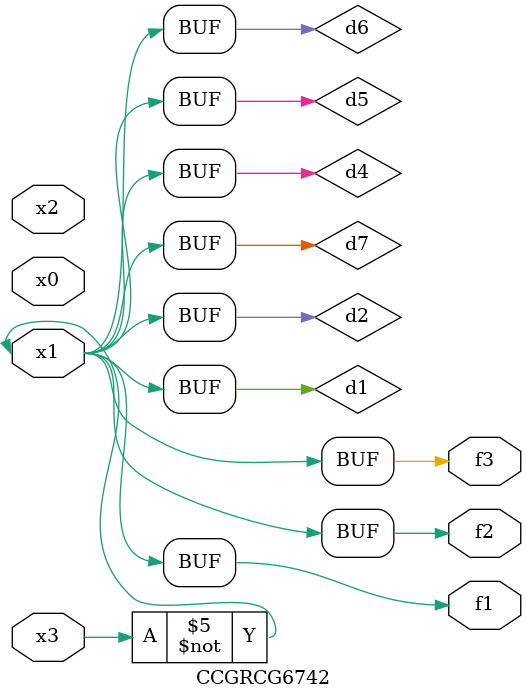
<source format=v>
module CCGRCG6742(
	input x0, x1, x2, x3,
	output f1, f2, f3
);

	wire d1, d2, d3, d4, d5, d6, d7;

	not (d1, x3);
	buf (d2, x1);
	xnor (d3, d1, d2);
	nor (d4, d1);
	buf (d5, d1, d2);
	buf (d6, d4, d5);
	nand (d7, d4);
	assign f1 = d6;
	assign f2 = d7;
	assign f3 = d6;
endmodule

</source>
